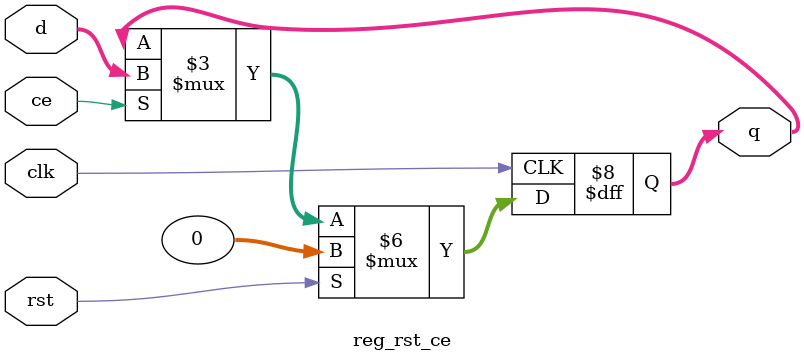
<source format=v>
module reg_rst(q, d, rst, clk);
    parameter N = 32;
    input [N-1:0] d;
    input rst, clk;
    initial q = {N{1'b0}};
    output reg [N-1:0] q;
    
    always @(posedge clk)
        if (rst) q <= {N{1'b0}};
        else q <= d;
endmodule

// Register with reset and enable
module reg_rst_ce(q, d, rst, ce, clk);
    parameter N = 32;
    input [N-1:0] d;
    input rst, ce, clk;
    initial q = {N{1'b0}};
    output reg [N-1:0] q;
    
    always @(posedge clk)
        if (rst) q <= {N{1'b0}};
        else if (ce) q <= d;
endmodule // REGISTER_R_CE
</source>
